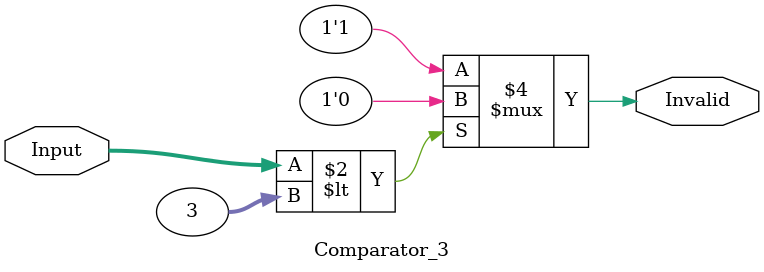
<source format=v>
module Comparator_3(Input, Invalid);
parameter NumOfBit= 8;
input [NumOfBit-1:0]Input;
output reg Invalid;

always @(Input)
begin
  if(Input < 3)
    Invalid <= 0;
  else
    Invalid <= 1;
end

endmodule




</source>
